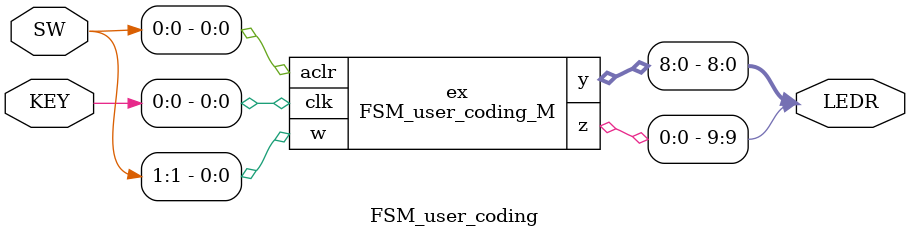
<source format=v>
module FSM_user_coding_M(
	input w,clk,aclr,
	output reg z,
	output reg [8:0] y);
	reg [3:0] y_Q,Y_D;
	localparam [3:0]
	A = 4'b0000,
	B = 4'b0001,
	C = 4'b0010,
	D = 4'b0011,
	E = 4'b0100,
	F = 4'b0101,
	G = 4'b0110,
	H = 4'b0111,
	I = 4'b1000;
	always @(*)
	case (y_Q)
		A:
		if (!w) begin 
					Y_D = B;
					y[0]=1;
					y[1]=0;
					y[2]=0;
					y[3]=0;
					end
		else begin	
				Y_D = F;
				y[0]=1;
				y[2]=1;
				y[1]=0;
				y[3]=0;
					end
		B:
		if (!w) begin
					Y_D = C;
					y[0]=0;
					y[1]=1;
					y[2]=0;
					y[3]=0;
					end
		else begin
		Y_D = F;
				y[0]=1;
				y[2]=1;
				y[1]=0;
				y[3]=0;
					end
		C:
		if (!w) begin 
					Y_D = D;
					y[0]=1;
					y[1]=1;
					y[2]=0;
					y[3]=0;
					end
		else begin
		Y_D = F;
				y[0]=1;
				y[2]=1;
				y[1]=0;
				y[3]=0;
					end
		D:
		if (!w) begin 
					Y_D = E;
					y[0]=0;
					y[1]=0;
					y[2]=1;
					y[3]=0;
					end
		else begin
		Y_D = F;
				y[0]=1;
				y[2]=1;
				y[1]=0;
				y[3]=0;
					end
		E:
		if (!w) begin 
					Y_D = E;
					y[0]=0;
					y[1]=0;
					y[2]=1;
					y[3]=0;
					end
		else begin
		Y_D = F;
				y[0]=1;
				y[2]=1;
				y[1]=0;
				y[3]=0;
					end
		F:
		if (!w) begin 
					Y_D = B;
					y[0]=1;
					y[1]=0;
					y[2]=0;
					y[3]=0;
					end
		else begin 
					Y_D = G;
					y[0]=0;
					y[1]=1;
					y[2]=1;
					y[3]=0;
					end
		G:
		if (!w) begin 
					Y_D = B;
					y[0]=1;
					y[1]=0;
					y[2]=0;
					y[3]=0;
					end
		else begin 
					Y_D = H;
					y[0]=1;
					y[1]=1;
					y[2]=1;
					y[3]=0;
					end
		H:
		if (!w) begin 
					Y_D = B;
					y[0]=1;
					y[1]=0;
					y[2]=0;
					y[3]=0;
					end
		else begin 
					Y_D = I;
					y[0]=0;
					y[1]=0;
					y[2]=0;
					y[3]=1;
					end
		I:
		if (!w) begin 
					Y_D = B;
					y[0]=1;
					y[1]=0;
					y[2]=0;
					y[3]=0;
					end
		else begin 
					Y_D = I;
					y[0]=0;
					y[1]=0;
					y[2]=0;
					y[3]=1;
					end
		default:
		Y_D = 4'bxxxx;
endcase
always @(posedge clk,negedge aclr)
if (~aclr)
y_Q <= 0;
else
y_Q <= Y_D;
always @(*)
z = (y_Q == E) | (y_Q == I);
endmodule
module FSM_user_coding(
input [1:0] SW,
input [1:0] KEY,
output [9:0] LEDR);
FSM_user_coding_M ex(SW[1],KEY[0],SW[0],LEDR[9],LEDR[8:0]);
endmodule
</source>
